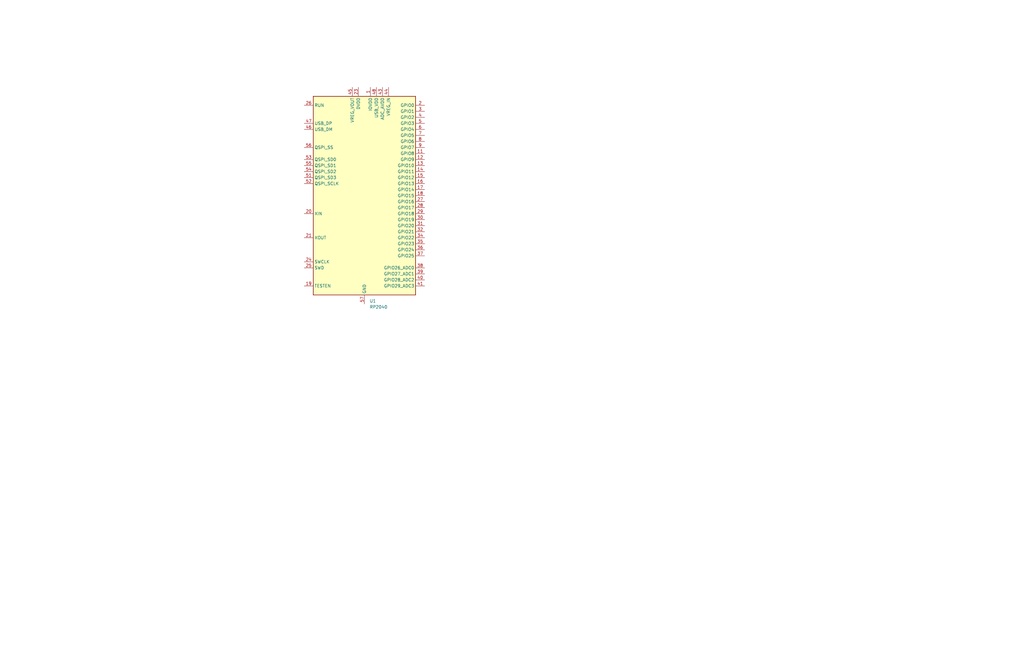
<source format=kicad_sch>
(kicad_sch (version 20250114) (generator "eeschema") (generator_version "9.0")
  (paper "B")
  (title_block (title "Microprocessor") (date "2026-01-02") (rev "0.0") (company "Andy McCann KA3KAF and Doug McCann KA3KAG"))
  (lib_symbols
    (symbol "MCU_RaspberryPi:RP2040"
      (property "Reference" "U" (at 17.78 45.72 0))
      (property "Value" "RP2040" (at 17.78 43.18 0))
      (symbol "RP2040_0_1"
        (rectangle (start -21.59 41.91) (end 21.59 -41.91) (stroke (width 0.254)) (fill (type background)))
      )
      (symbol "RP2040_1_1"
        (pin input line (at -25.4 38.1 0) (length 3.81) (name "RUN") (number "26"))
        (pin bidirectional line (at -25.4 30.48 0) (length 3.81) (name "USB_DP") (number "47"))
        (pin bidirectional line (at -25.4 27.94 0) (length 3.81) (name "USB_DM") (number "46"))
        (pin bidirectional line (at -25.4 20.32 0) (length 3.81) (name "QSPI_SS") (number "56"))
        (pin bidirectional line (at -25.4 15.24 0) (length 3.81) (name "QSPI_SD0") (number "53"))
        (pin bidirectional line (at -25.4 12.7 0) (length 3.81) (name "QSPI_SD1") (number "55"))
        (pin bidirectional line (at -25.4 10.16 0) (length 3.81) (name "QSPI_SD2") (number "54"))
        (pin bidirectional line (at -25.4 7.62 0) (length 3.81) (name "QSPI_SD3") (number "51"))
        (pin output line (at -25.4 5.08 0) (length 3.81) (name "QSPI_SCLK") (number "52"))
        (pin input line (at -25.4 -7.62 0) (length 3.81) (name "XIN") (number "20"))
        (pin passive line (at -25.4 -17.78 0) (length 3.81) (name "XOUT") (number "21"))
        (pin input line (at -25.4 -27.94 0) (length 3.81) (name "SWCLK") (number "24"))
        (pin bidirectional line (at -25.4 -30.48 0) (length 3.81) (name "SWD") (number "25"))
        (pin input line (at -25.4 -38.1 0) (length 3.81) (name "TESTEN") (number "19"))
        (pin power_out line (at -5.08 45.72 270) (length 3.81) (name "VREG_VOUT") (number "45"))
        (pin power_in line (at -2.54 45.72 270) (length 3.81) (name "DVDD") (number "23"))
        (pin passive line (at -2.54 45.72 270) (length 3.81) (hide yes) (name "DVDD") (number "50"))
        (pin power_in line (at 0 -45.72 90) (length 3.81) (name "GND") (number "57"))
        (pin power_in line (at 2.54 45.72 270) (length 3.81) (name "IOVDD") (number "1"))
        (pin passive line (at 2.54 45.72 270) (length 3.81) (hide yes) (name "IOVDD") (number "10"))
        (pin passive line (at 2.54 45.72 270) (length 3.81) (hide yes) (name "IOVDD") (number "22"))
        (pin passive line (at 2.54 45.72 270) (length 3.81) (hide yes) (name "IOVDD") (number "33"))
        (pin passive line (at 2.54 45.72 270) (length 3.81) (hide yes) (name "IOVDD") (number "42"))
        (pin passive line (at 2.54 45.72 270) (length 3.81) (hide yes) (name "IOVDD") (number "49"))
        (pin power_in line (at 5.08 45.72 270) (length 3.81) (name "USB_VDD") (number "48"))
        (pin power_in line (at 7.62 45.72 270) (length 3.81) (name "ADC_AVDD") (number "43"))
        (pin power_in line (at 10.16 45.72 270) (length 3.81) (name "VREG_IN") (number "44"))
        (pin bidirectional line (at 25.4 38.1 180) (length 3.81) (name "GPIO0") (number "2"))
        (pin bidirectional line (at 25.4 35.56 180) (length 3.81) (name "GPIO1") (number "3"))
        (pin bidirectional line (at 25.4 33.02 180) (length 3.81) (name "GPIO2") (number "4"))
        (pin bidirectional line (at 25.4 30.48 180) (length 3.81) (name "GPIO3") (number "5"))
        (pin bidirectional line (at 25.4 27.94 180) (length 3.81) (name "GPIO4") (number "6"))
        (pin bidirectional line (at 25.4 25.4 180) (length 3.81) (name "GPIO5") (number "7"))
        (pin bidirectional line (at 25.4 22.86 180) (length 3.81) (name "GPIO6") (number "8"))
        (pin bidirectional line (at 25.4 20.32 180) (length 3.81) (name "GPIO7") (number "9"))
        (pin bidirectional line (at 25.4 17.78 180) (length 3.81) (name "GPIO8") (number "11"))
        (pin bidirectional line (at 25.4 15.24 180) (length 3.81) (name "GPIO9") (number "12"))
        (pin bidirectional line (at 25.4 12.7 180) (length 3.81) (name "GPIO10") (number "13"))
        (pin bidirectional line (at 25.4 10.16 180) (length 3.81) (name "GPIO11") (number "14"))
        (pin bidirectional line (at 25.4 7.62 180) (length 3.81) (name "GPIO12") (number "15"))
        (pin bidirectional line (at 25.4 5.08 180) (length 3.81) (name "GPIO13") (number "16"))
        (pin bidirectional line (at 25.4 2.54 180) (length 3.81) (name "GPIO14") (number "17"))
        (pin bidirectional line (at 25.4 0 180) (length 3.81) (name "GPIO15") (number "18"))
        (pin bidirectional line (at 25.4 -2.54 180) (length 3.81) (name "GPIO16") (number "27"))
        (pin bidirectional line (at 25.4 -5.08 180) (length 3.81) (name "GPIO17") (number "28"))
        (pin bidirectional line (at 25.4 -7.62 180) (length 3.81) (name "GPIO18") (number "29"))
        (pin bidirectional line (at 25.4 -10.16 180) (length 3.81) (name "GPIO19") (number "30"))
        (pin bidirectional line (at 25.4 -12.7 180) (length 3.81) (name "GPIO20") (number "31"))
        (pin bidirectional line (at 25.4 -15.24 180) (length 3.81) (name "GPIO21") (number "32"))
        (pin bidirectional line (at 25.4 -17.78 180) (length 3.81) (name "GPIO22") (number "34"))
        (pin bidirectional line (at 25.4 -20.32 180) (length 3.81) (name "GPIO23") (number "35"))
        (pin bidirectional line (at 25.4 -22.86 180) (length 3.81) (name "GPIO24") (number "36"))
        (pin bidirectional line (at 25.4 -25.4 180) (length 3.81) (name "GPIO25") (number "37"))
        (pin bidirectional line (at 25.4 -30.48 180) (length 3.81) (name "GPIO26_ADC0") (number "38"))
        (pin bidirectional line (at 25.4 -33.02 180) (length 3.81) (name "GPIO27_ADC1") (number "39"))
        (pin bidirectional line (at 25.4 -35.56 180) (length 3.81) (name "GPIO28_ADC2") (number "40"))
        (pin bidirectional line (at 25.4 -38.1 180) (length 3.81) (name "GPIO29_ADC3") (number "41"))
      )
    )
  )
  (symbol (lib_id "MCU_RaspberryPi:RP2040") (at 153.67 82.55 0) (unit 1)
    (property "Reference" "U1" (at 155.8133 127 0) (effects (justify left)))
    (property "Value" "RP2040" (at 155.8133 129.54 0) (effects (justify left)))
    (property "Footprint" "Package_DFN_QFN:QFN-56-1EP_7x7mm_P0.4mm_EP3.2x3.2mm" (effects (hide yes)))
    (property "Datasheet" "https://datasheets.raspberrypi.com/rp2040/rp2040-datasheet.pdf" (effects (hide yes)))
    (property "Description" "A microcontroller by Raspberry Pi" (effects (hide yes)))
  )
)
</source>
